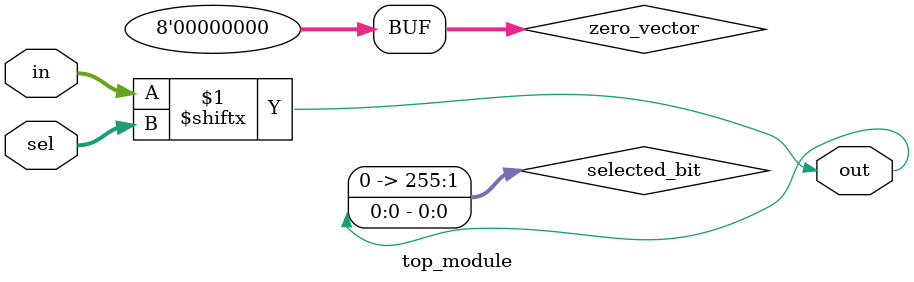
<source format=sv>
module top_module (
    input [255:0] in,
    input [7:0] sel,
    output out
);

  wire [255:0] selected_bit;
  wire [7:0] zero_vector;

  assign zero_vector = 8'b00000000;

  assign selected_bit = in[sel];

  assign out = selected_bit[0];

endmodule

</source>
